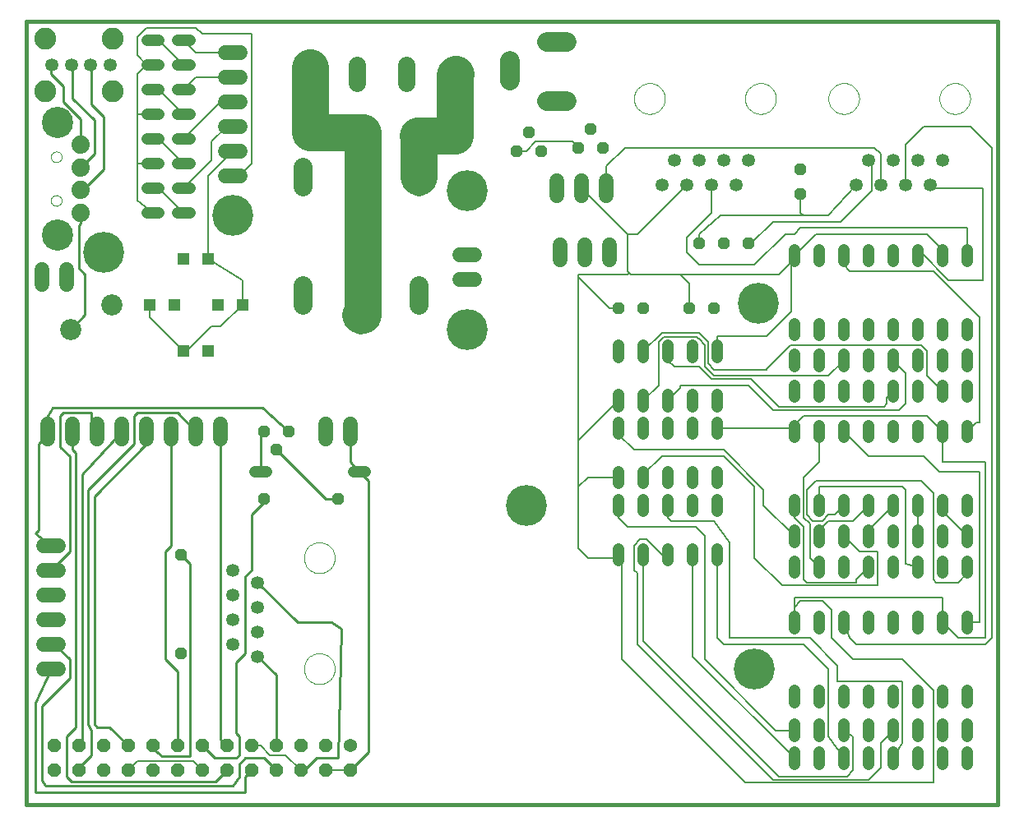
<source format=gtl>
G75*
%MOIN*%
%OFA0B0*%
%FSLAX24Y24*%
%IPPOS*%
%LPD*%
%AMOC8*
5,1,8,0,0,1.08239X$1,22.5*
%
%ADD10C,0.0160*%
%ADD11C,0.0531*%
%ADD12C,0.0000*%
%ADD13OC8,0.0480*%
%ADD14C,0.0480*%
%ADD15C,0.0600*%
%ADD16C,0.0780*%
%ADD17C,0.0705*%
%ADD18C,0.0787*%
%ADD19C,0.0540*%
%ADD20OC8,0.0540*%
%ADD21C,0.0740*%
%ADD22C,0.1266*%
%ADD23C,0.0886*%
%ADD24C,0.0860*%
%ADD25R,0.0472X0.0472*%
%ADD26C,0.0100*%
%ADD27C,0.0060*%
%ADD28C,0.1500*%
%ADD29C,0.1660*%
D10*
X005898Y000275D02*
X005898Y032021D01*
X045268Y032021D01*
X045268Y000275D01*
X005898Y000275D01*
D11*
X014273Y006775D03*
X015273Y007275D03*
X014273Y007775D03*
X015273Y008275D03*
X014273Y008775D03*
X015273Y009275D03*
X014273Y009775D03*
X015273Y006275D03*
X031648Y025400D03*
X032648Y025400D03*
X033648Y025400D03*
X034648Y025400D03*
X035148Y026400D03*
X034148Y026400D03*
X033148Y026400D03*
X032148Y026400D03*
X039523Y025400D03*
X040523Y025400D03*
X041523Y025400D03*
X042523Y025400D03*
X043023Y026400D03*
X042023Y026400D03*
X041023Y026400D03*
X040023Y026400D03*
X009297Y030275D03*
X008510Y030275D03*
X007723Y030275D03*
X006935Y030275D03*
D12*
X006892Y026536D02*
X006894Y026565D01*
X006900Y026593D01*
X006909Y026621D01*
X006922Y026647D01*
X006939Y026670D01*
X006958Y026692D01*
X006980Y026711D01*
X007005Y026726D01*
X007031Y026739D01*
X007059Y026747D01*
X007087Y026752D01*
X007116Y026753D01*
X007145Y026750D01*
X007173Y026743D01*
X007200Y026733D01*
X007226Y026719D01*
X007249Y026702D01*
X007270Y026682D01*
X007288Y026659D01*
X007303Y026634D01*
X007314Y026607D01*
X007322Y026579D01*
X007326Y026550D01*
X007326Y026522D01*
X007322Y026493D01*
X007314Y026465D01*
X007303Y026438D01*
X007288Y026413D01*
X007270Y026390D01*
X007249Y026370D01*
X007226Y026353D01*
X007200Y026339D01*
X007173Y026329D01*
X007145Y026322D01*
X007116Y026319D01*
X007087Y026320D01*
X007059Y026325D01*
X007031Y026333D01*
X007005Y026346D01*
X006980Y026361D01*
X006958Y026380D01*
X006939Y026402D01*
X006922Y026425D01*
X006909Y026451D01*
X006900Y026479D01*
X006894Y026507D01*
X006892Y026536D01*
X006892Y024764D02*
X006894Y024793D01*
X006900Y024821D01*
X006909Y024849D01*
X006922Y024875D01*
X006939Y024898D01*
X006958Y024920D01*
X006980Y024939D01*
X007005Y024954D01*
X007031Y024967D01*
X007059Y024975D01*
X007087Y024980D01*
X007116Y024981D01*
X007145Y024978D01*
X007173Y024971D01*
X007200Y024961D01*
X007226Y024947D01*
X007249Y024930D01*
X007270Y024910D01*
X007288Y024887D01*
X007303Y024862D01*
X007314Y024835D01*
X007322Y024807D01*
X007326Y024778D01*
X007326Y024750D01*
X007322Y024721D01*
X007314Y024693D01*
X007303Y024666D01*
X007288Y024641D01*
X007270Y024618D01*
X007249Y024598D01*
X007226Y024581D01*
X007200Y024567D01*
X007173Y024557D01*
X007145Y024550D01*
X007116Y024547D01*
X007087Y024548D01*
X007059Y024553D01*
X007031Y024561D01*
X007005Y024574D01*
X006980Y024589D01*
X006958Y024608D01*
X006939Y024630D01*
X006922Y024653D01*
X006909Y024679D01*
X006900Y024707D01*
X006894Y024735D01*
X006892Y024764D01*
X017149Y010275D02*
X017151Y010325D01*
X017157Y010374D01*
X017167Y010422D01*
X017180Y010470D01*
X017198Y010517D01*
X017219Y010562D01*
X017243Y010605D01*
X017271Y010646D01*
X017302Y010684D01*
X017336Y010721D01*
X017373Y010754D01*
X017412Y010784D01*
X017454Y010811D01*
X017497Y010835D01*
X017543Y010855D01*
X017590Y010871D01*
X017638Y010884D01*
X017686Y010893D01*
X017736Y010898D01*
X017785Y010899D01*
X017835Y010896D01*
X017884Y010889D01*
X017933Y010878D01*
X017980Y010864D01*
X018026Y010845D01*
X018071Y010823D01*
X018113Y010798D01*
X018154Y010769D01*
X018192Y010738D01*
X018227Y010703D01*
X018260Y010665D01*
X018289Y010626D01*
X018315Y010583D01*
X018338Y010539D01*
X018357Y010494D01*
X018373Y010446D01*
X018385Y010398D01*
X018393Y010349D01*
X018397Y010300D01*
X018397Y010250D01*
X018393Y010201D01*
X018385Y010152D01*
X018373Y010104D01*
X018357Y010056D01*
X018338Y010011D01*
X018315Y009967D01*
X018289Y009924D01*
X018260Y009885D01*
X018227Y009847D01*
X018192Y009812D01*
X018154Y009781D01*
X018113Y009752D01*
X018071Y009727D01*
X018026Y009705D01*
X017980Y009686D01*
X017933Y009672D01*
X017884Y009661D01*
X017835Y009654D01*
X017785Y009651D01*
X017736Y009652D01*
X017686Y009657D01*
X017638Y009666D01*
X017590Y009679D01*
X017543Y009695D01*
X017497Y009715D01*
X017454Y009739D01*
X017412Y009766D01*
X017373Y009796D01*
X017336Y009829D01*
X017302Y009866D01*
X017271Y009904D01*
X017243Y009945D01*
X017219Y009988D01*
X017198Y010033D01*
X017180Y010080D01*
X017167Y010128D01*
X017157Y010176D01*
X017151Y010225D01*
X017149Y010275D01*
X017149Y005775D02*
X017151Y005825D01*
X017157Y005874D01*
X017167Y005922D01*
X017180Y005970D01*
X017198Y006017D01*
X017219Y006062D01*
X017243Y006105D01*
X017271Y006146D01*
X017302Y006184D01*
X017336Y006221D01*
X017373Y006254D01*
X017412Y006284D01*
X017454Y006311D01*
X017497Y006335D01*
X017543Y006355D01*
X017590Y006371D01*
X017638Y006384D01*
X017686Y006393D01*
X017736Y006398D01*
X017785Y006399D01*
X017835Y006396D01*
X017884Y006389D01*
X017933Y006378D01*
X017980Y006364D01*
X018026Y006345D01*
X018071Y006323D01*
X018113Y006298D01*
X018154Y006269D01*
X018192Y006238D01*
X018227Y006203D01*
X018260Y006165D01*
X018289Y006126D01*
X018315Y006083D01*
X018338Y006039D01*
X018357Y005994D01*
X018373Y005946D01*
X018385Y005898D01*
X018393Y005849D01*
X018397Y005800D01*
X018397Y005750D01*
X018393Y005701D01*
X018385Y005652D01*
X018373Y005604D01*
X018357Y005556D01*
X018338Y005511D01*
X018315Y005467D01*
X018289Y005424D01*
X018260Y005385D01*
X018227Y005347D01*
X018192Y005312D01*
X018154Y005281D01*
X018113Y005252D01*
X018071Y005227D01*
X018026Y005205D01*
X017980Y005186D01*
X017933Y005172D01*
X017884Y005161D01*
X017835Y005154D01*
X017785Y005151D01*
X017736Y005152D01*
X017686Y005157D01*
X017638Y005166D01*
X017590Y005179D01*
X017543Y005195D01*
X017497Y005215D01*
X017454Y005239D01*
X017412Y005266D01*
X017373Y005296D01*
X017336Y005329D01*
X017302Y005366D01*
X017271Y005404D01*
X017243Y005445D01*
X017219Y005488D01*
X017198Y005533D01*
X017180Y005580D01*
X017167Y005628D01*
X017157Y005676D01*
X017151Y005725D01*
X017149Y005775D01*
X030524Y028900D02*
X030526Y028950D01*
X030532Y028999D01*
X030542Y029047D01*
X030555Y029095D01*
X030573Y029142D01*
X030594Y029187D01*
X030618Y029230D01*
X030646Y029271D01*
X030677Y029309D01*
X030711Y029346D01*
X030748Y029379D01*
X030787Y029409D01*
X030829Y029436D01*
X030872Y029460D01*
X030918Y029480D01*
X030965Y029496D01*
X031013Y029509D01*
X031061Y029518D01*
X031111Y029523D01*
X031160Y029524D01*
X031210Y029521D01*
X031259Y029514D01*
X031308Y029503D01*
X031355Y029489D01*
X031401Y029470D01*
X031446Y029448D01*
X031488Y029423D01*
X031529Y029394D01*
X031567Y029363D01*
X031602Y029328D01*
X031635Y029290D01*
X031664Y029251D01*
X031690Y029208D01*
X031713Y029164D01*
X031732Y029119D01*
X031748Y029071D01*
X031760Y029023D01*
X031768Y028974D01*
X031772Y028925D01*
X031772Y028875D01*
X031768Y028826D01*
X031760Y028777D01*
X031748Y028729D01*
X031732Y028681D01*
X031713Y028636D01*
X031690Y028592D01*
X031664Y028549D01*
X031635Y028510D01*
X031602Y028472D01*
X031567Y028437D01*
X031529Y028406D01*
X031488Y028377D01*
X031446Y028352D01*
X031401Y028330D01*
X031355Y028311D01*
X031308Y028297D01*
X031259Y028286D01*
X031210Y028279D01*
X031160Y028276D01*
X031111Y028277D01*
X031061Y028282D01*
X031013Y028291D01*
X030965Y028304D01*
X030918Y028320D01*
X030872Y028340D01*
X030829Y028364D01*
X030787Y028391D01*
X030748Y028421D01*
X030711Y028454D01*
X030677Y028491D01*
X030646Y028529D01*
X030618Y028570D01*
X030594Y028613D01*
X030573Y028658D01*
X030555Y028705D01*
X030542Y028753D01*
X030532Y028801D01*
X030526Y028850D01*
X030524Y028900D01*
X035024Y028900D02*
X035026Y028950D01*
X035032Y028999D01*
X035042Y029047D01*
X035055Y029095D01*
X035073Y029142D01*
X035094Y029187D01*
X035118Y029230D01*
X035146Y029271D01*
X035177Y029309D01*
X035211Y029346D01*
X035248Y029379D01*
X035287Y029409D01*
X035329Y029436D01*
X035372Y029460D01*
X035418Y029480D01*
X035465Y029496D01*
X035513Y029509D01*
X035561Y029518D01*
X035611Y029523D01*
X035660Y029524D01*
X035710Y029521D01*
X035759Y029514D01*
X035808Y029503D01*
X035855Y029489D01*
X035901Y029470D01*
X035946Y029448D01*
X035988Y029423D01*
X036029Y029394D01*
X036067Y029363D01*
X036102Y029328D01*
X036135Y029290D01*
X036164Y029251D01*
X036190Y029208D01*
X036213Y029164D01*
X036232Y029119D01*
X036248Y029071D01*
X036260Y029023D01*
X036268Y028974D01*
X036272Y028925D01*
X036272Y028875D01*
X036268Y028826D01*
X036260Y028777D01*
X036248Y028729D01*
X036232Y028681D01*
X036213Y028636D01*
X036190Y028592D01*
X036164Y028549D01*
X036135Y028510D01*
X036102Y028472D01*
X036067Y028437D01*
X036029Y028406D01*
X035988Y028377D01*
X035946Y028352D01*
X035901Y028330D01*
X035855Y028311D01*
X035808Y028297D01*
X035759Y028286D01*
X035710Y028279D01*
X035660Y028276D01*
X035611Y028277D01*
X035561Y028282D01*
X035513Y028291D01*
X035465Y028304D01*
X035418Y028320D01*
X035372Y028340D01*
X035329Y028364D01*
X035287Y028391D01*
X035248Y028421D01*
X035211Y028454D01*
X035177Y028491D01*
X035146Y028529D01*
X035118Y028570D01*
X035094Y028613D01*
X035073Y028658D01*
X035055Y028705D01*
X035042Y028753D01*
X035032Y028801D01*
X035026Y028850D01*
X035024Y028900D01*
X038399Y028900D02*
X038401Y028950D01*
X038407Y028999D01*
X038417Y029047D01*
X038430Y029095D01*
X038448Y029142D01*
X038469Y029187D01*
X038493Y029230D01*
X038521Y029271D01*
X038552Y029309D01*
X038586Y029346D01*
X038623Y029379D01*
X038662Y029409D01*
X038704Y029436D01*
X038747Y029460D01*
X038793Y029480D01*
X038840Y029496D01*
X038888Y029509D01*
X038936Y029518D01*
X038986Y029523D01*
X039035Y029524D01*
X039085Y029521D01*
X039134Y029514D01*
X039183Y029503D01*
X039230Y029489D01*
X039276Y029470D01*
X039321Y029448D01*
X039363Y029423D01*
X039404Y029394D01*
X039442Y029363D01*
X039477Y029328D01*
X039510Y029290D01*
X039539Y029251D01*
X039565Y029208D01*
X039588Y029164D01*
X039607Y029119D01*
X039623Y029071D01*
X039635Y029023D01*
X039643Y028974D01*
X039647Y028925D01*
X039647Y028875D01*
X039643Y028826D01*
X039635Y028777D01*
X039623Y028729D01*
X039607Y028681D01*
X039588Y028636D01*
X039565Y028592D01*
X039539Y028549D01*
X039510Y028510D01*
X039477Y028472D01*
X039442Y028437D01*
X039404Y028406D01*
X039363Y028377D01*
X039321Y028352D01*
X039276Y028330D01*
X039230Y028311D01*
X039183Y028297D01*
X039134Y028286D01*
X039085Y028279D01*
X039035Y028276D01*
X038986Y028277D01*
X038936Y028282D01*
X038888Y028291D01*
X038840Y028304D01*
X038793Y028320D01*
X038747Y028340D01*
X038704Y028364D01*
X038662Y028391D01*
X038623Y028421D01*
X038586Y028454D01*
X038552Y028491D01*
X038521Y028529D01*
X038493Y028570D01*
X038469Y028613D01*
X038448Y028658D01*
X038430Y028705D01*
X038417Y028753D01*
X038407Y028801D01*
X038401Y028850D01*
X038399Y028900D01*
X042899Y028900D02*
X042901Y028950D01*
X042907Y028999D01*
X042917Y029047D01*
X042930Y029095D01*
X042948Y029142D01*
X042969Y029187D01*
X042993Y029230D01*
X043021Y029271D01*
X043052Y029309D01*
X043086Y029346D01*
X043123Y029379D01*
X043162Y029409D01*
X043204Y029436D01*
X043247Y029460D01*
X043293Y029480D01*
X043340Y029496D01*
X043388Y029509D01*
X043436Y029518D01*
X043486Y029523D01*
X043535Y029524D01*
X043585Y029521D01*
X043634Y029514D01*
X043683Y029503D01*
X043730Y029489D01*
X043776Y029470D01*
X043821Y029448D01*
X043863Y029423D01*
X043904Y029394D01*
X043942Y029363D01*
X043977Y029328D01*
X044010Y029290D01*
X044039Y029251D01*
X044065Y029208D01*
X044088Y029164D01*
X044107Y029119D01*
X044123Y029071D01*
X044135Y029023D01*
X044143Y028974D01*
X044147Y028925D01*
X044147Y028875D01*
X044143Y028826D01*
X044135Y028777D01*
X044123Y028729D01*
X044107Y028681D01*
X044088Y028636D01*
X044065Y028592D01*
X044039Y028549D01*
X044010Y028510D01*
X043977Y028472D01*
X043942Y028437D01*
X043904Y028406D01*
X043863Y028377D01*
X043821Y028352D01*
X043776Y028330D01*
X043730Y028311D01*
X043683Y028297D01*
X043634Y028286D01*
X043585Y028279D01*
X043535Y028276D01*
X043486Y028277D01*
X043436Y028282D01*
X043388Y028291D01*
X043340Y028304D01*
X043293Y028320D01*
X043247Y028340D01*
X043204Y028364D01*
X043162Y028391D01*
X043123Y028421D01*
X043086Y028454D01*
X043052Y028491D01*
X043021Y028529D01*
X042993Y028570D01*
X042969Y028613D01*
X042948Y028658D01*
X042930Y028705D01*
X042917Y028753D01*
X042907Y028801D01*
X042901Y028850D01*
X042899Y028900D01*
D13*
X037273Y026025D03*
X037273Y025025D03*
X035148Y023025D03*
X034148Y023025D03*
X033148Y023025D03*
X032773Y020400D03*
X033773Y020400D03*
X030898Y020400D03*
X029898Y020400D03*
X029273Y026900D03*
X028773Y027650D03*
X028273Y026900D03*
X026773Y026775D03*
X026273Y027525D03*
X025773Y026775D03*
X016523Y015400D03*
X016023Y014650D03*
X015523Y015400D03*
X015523Y012650D03*
X018523Y012650D03*
X012148Y010400D03*
X012148Y006400D03*
D14*
X015158Y013775D02*
X015638Y013775D01*
X019158Y013775D02*
X019638Y013775D01*
X029898Y013765D02*
X029898Y013285D01*
X029898Y012640D02*
X029898Y012160D01*
X030898Y012160D02*
X030898Y012640D01*
X030898Y013285D02*
X030898Y013765D01*
X031898Y013765D02*
X031898Y013285D01*
X031898Y012640D02*
X031898Y012160D01*
X032898Y012160D02*
X032898Y012640D01*
X032898Y013285D02*
X032898Y013765D01*
X033898Y013765D02*
X033898Y013285D01*
X033898Y012640D02*
X033898Y012160D01*
X033898Y010640D02*
X033898Y010160D01*
X032898Y010160D02*
X032898Y010640D01*
X031898Y010640D02*
X031898Y010160D01*
X030898Y010160D02*
X030898Y010640D01*
X029898Y010640D02*
X029898Y010160D01*
X029898Y015285D02*
X029898Y015765D01*
X029898Y016410D02*
X029898Y016890D01*
X030898Y016890D02*
X030898Y016410D01*
X030898Y015765D02*
X030898Y015285D01*
X031898Y015285D02*
X031898Y015765D01*
X031898Y016410D02*
X031898Y016890D01*
X032898Y016890D02*
X032898Y016410D01*
X032898Y015765D02*
X032898Y015285D01*
X033898Y015285D02*
X033898Y015765D01*
X033898Y016410D02*
X033898Y016890D01*
X033898Y018410D02*
X033898Y018890D01*
X032898Y018890D02*
X032898Y018410D01*
X031898Y018410D02*
X031898Y018890D01*
X030898Y018890D02*
X030898Y018410D01*
X029898Y018410D02*
X029898Y018890D01*
X037023Y018515D02*
X037023Y018035D01*
X037023Y017265D02*
X037023Y016785D01*
X038023Y016785D02*
X038023Y017265D01*
X038023Y018035D02*
X038023Y018515D01*
X039023Y018515D02*
X039023Y018035D01*
X039023Y017265D02*
X039023Y016785D01*
X040023Y016785D02*
X040023Y017265D01*
X040023Y018035D02*
X040023Y018515D01*
X041023Y018515D02*
X041023Y018035D01*
X041023Y017265D02*
X041023Y016785D01*
X042023Y016785D02*
X042023Y017265D01*
X042023Y018035D02*
X042023Y018515D01*
X043023Y018515D02*
X043023Y018035D01*
X043023Y017265D02*
X043023Y016785D01*
X044023Y016785D02*
X044023Y017265D01*
X044023Y018035D02*
X044023Y018515D01*
X044023Y019285D02*
X044023Y019765D01*
X043023Y019765D02*
X043023Y019285D01*
X042023Y019285D02*
X042023Y019765D01*
X041023Y019765D02*
X041023Y019285D01*
X040023Y019285D02*
X040023Y019765D01*
X039023Y019765D02*
X039023Y019285D01*
X038023Y019285D02*
X038023Y019765D01*
X037023Y019765D02*
X037023Y019285D01*
X037023Y022285D02*
X037023Y022765D01*
X038023Y022765D02*
X038023Y022285D01*
X039023Y022285D02*
X039023Y022765D01*
X040023Y022765D02*
X040023Y022285D01*
X041023Y022285D02*
X041023Y022765D01*
X042023Y022765D02*
X042023Y022285D01*
X043023Y022285D02*
X043023Y022765D01*
X044023Y022765D02*
X044023Y022285D01*
X044023Y015640D02*
X044023Y015160D01*
X043023Y015160D02*
X043023Y015640D01*
X042023Y015640D02*
X042023Y015160D01*
X041023Y015160D02*
X041023Y015640D01*
X040023Y015640D02*
X040023Y015160D01*
X039023Y015160D02*
X039023Y015640D01*
X038023Y015640D02*
X038023Y015160D01*
X037023Y015160D02*
X037023Y015640D01*
X037023Y012640D02*
X037023Y012160D01*
X037023Y011390D02*
X037023Y010910D01*
X037023Y010140D02*
X037023Y009660D01*
X038023Y009660D02*
X038023Y010140D01*
X038023Y010910D02*
X038023Y011390D01*
X038023Y012160D02*
X038023Y012640D01*
X039023Y012640D02*
X039023Y012160D01*
X039023Y011390D02*
X039023Y010910D01*
X039023Y010140D02*
X039023Y009660D01*
X040023Y009660D02*
X040023Y010140D01*
X040023Y010910D02*
X040023Y011390D01*
X040023Y012160D02*
X040023Y012640D01*
X041023Y012640D02*
X041023Y012160D01*
X041023Y011390D02*
X041023Y010910D01*
X041023Y010140D02*
X041023Y009660D01*
X042023Y009660D02*
X042023Y010140D01*
X042023Y010910D02*
X042023Y011390D01*
X042023Y012160D02*
X042023Y012640D01*
X043023Y012640D02*
X043023Y012160D01*
X043023Y011390D02*
X043023Y010910D01*
X043023Y010140D02*
X043023Y009660D01*
X044023Y009660D02*
X044023Y010140D01*
X044023Y010910D02*
X044023Y011390D01*
X044023Y012160D02*
X044023Y012640D01*
X044023Y007890D02*
X044023Y007410D01*
X043023Y007410D02*
X043023Y007890D01*
X042023Y007890D02*
X042023Y007410D01*
X041023Y007410D02*
X041023Y007890D01*
X040023Y007890D02*
X040023Y007410D01*
X039023Y007410D02*
X039023Y007890D01*
X038023Y007890D02*
X038023Y007410D01*
X037023Y007410D02*
X037023Y007890D01*
X037023Y004890D02*
X037023Y004410D01*
X037023Y003515D02*
X037023Y003035D01*
X037023Y002390D02*
X037023Y001910D01*
X038023Y001910D02*
X038023Y002390D01*
X038023Y003035D02*
X038023Y003515D01*
X038023Y004410D02*
X038023Y004890D01*
X039023Y004890D02*
X039023Y004410D01*
X039023Y003515D02*
X039023Y003035D01*
X039023Y002390D02*
X039023Y001910D01*
X040023Y001910D02*
X040023Y002390D01*
X040023Y003035D02*
X040023Y003515D01*
X040023Y004410D02*
X040023Y004890D01*
X041023Y004890D02*
X041023Y004410D01*
X041023Y003515D02*
X041023Y003035D01*
X041023Y002390D02*
X041023Y001910D01*
X042023Y001910D02*
X042023Y002390D01*
X042023Y003035D02*
X042023Y003515D01*
X042023Y004410D02*
X042023Y004890D01*
X043023Y004890D02*
X043023Y004410D01*
X043023Y003515D02*
X043023Y003035D01*
X043023Y002390D02*
X043023Y001910D01*
X044023Y001910D02*
X044023Y002390D01*
X044023Y003035D02*
X044023Y003515D01*
X044023Y004410D02*
X044023Y004890D01*
X012513Y024275D02*
X012033Y024275D01*
X011263Y024275D02*
X010783Y024275D01*
X010783Y025275D02*
X011263Y025275D01*
X012033Y025275D02*
X012513Y025275D01*
X012513Y026275D02*
X012033Y026275D01*
X011263Y026275D02*
X010783Y026275D01*
X010783Y027275D02*
X011263Y027275D01*
X012033Y027275D02*
X012513Y027275D01*
X012513Y028275D02*
X012033Y028275D01*
X011263Y028275D02*
X010783Y028275D01*
X010783Y029275D02*
X011263Y029275D01*
X012033Y029275D02*
X012513Y029275D01*
X012513Y030275D02*
X012033Y030275D01*
X011263Y030275D02*
X010783Y030275D01*
X010783Y031275D02*
X011263Y031275D01*
X012033Y031275D02*
X012513Y031275D01*
D15*
X013973Y030775D02*
X014573Y030775D01*
X014573Y029775D02*
X013973Y029775D01*
X013973Y028775D02*
X014573Y028775D01*
X014573Y027775D02*
X013973Y027775D01*
X013973Y026775D02*
X014573Y026775D01*
X014573Y025775D02*
X013973Y025775D01*
X007523Y021950D02*
X007523Y021350D01*
X006523Y021350D02*
X006523Y021950D01*
X006773Y015700D02*
X006773Y015100D01*
X007773Y015100D02*
X007773Y015700D01*
X008773Y015700D02*
X008773Y015100D01*
X009773Y015100D02*
X009773Y015700D01*
X010773Y015700D02*
X010773Y015100D01*
X011773Y015100D02*
X011773Y015700D01*
X012773Y015700D02*
X012773Y015100D01*
X013773Y015100D02*
X013773Y015700D01*
X018023Y015700D02*
X018023Y015100D01*
X019023Y015100D02*
X019023Y015700D01*
X023471Y021570D02*
X024071Y021570D01*
X024071Y022570D02*
X023471Y022570D01*
X027523Y022350D02*
X027523Y022950D01*
X028523Y022950D02*
X028523Y022350D01*
X029523Y022350D02*
X029523Y022950D01*
X029398Y024975D02*
X029398Y025575D01*
X028398Y025575D02*
X028398Y024975D01*
X027398Y024975D02*
X027398Y025575D01*
X007198Y010775D02*
X006598Y010775D01*
X006598Y009775D02*
X007198Y009775D01*
X007198Y008775D02*
X006598Y008775D01*
X006598Y007775D02*
X007198Y007775D01*
X007198Y006775D02*
X006598Y006775D01*
X006598Y005775D02*
X007198Y005775D01*
D16*
X019444Y019741D02*
X019444Y020521D01*
X017094Y020541D02*
X017094Y021321D01*
X021794Y021321D02*
X021794Y020541D01*
X021794Y025341D02*
X021794Y026121D01*
X017094Y026121D02*
X017094Y025341D01*
D17*
X017302Y029544D02*
X017302Y030249D01*
X019302Y030249D02*
X019302Y029544D01*
X021302Y029544D02*
X021302Y030249D01*
X023302Y030249D02*
X023302Y029544D01*
D18*
X025508Y029631D02*
X025508Y030419D01*
X027004Y031206D02*
X027792Y031206D01*
X027792Y028805D02*
X027004Y028805D01*
D19*
X019023Y002650D03*
D20*
X018023Y002650D03*
X017023Y002650D03*
X016023Y002650D03*
X015023Y002650D03*
X015023Y001650D03*
X016023Y001650D03*
X017023Y001650D03*
X018023Y001650D03*
X019023Y001650D03*
X014023Y001650D03*
X013023Y001650D03*
X012023Y001650D03*
X011023Y001650D03*
X010023Y001650D03*
X010023Y002650D03*
X011023Y002650D03*
X012023Y002650D03*
X013023Y002650D03*
X014023Y002650D03*
X009023Y002650D03*
X008023Y002650D03*
X007023Y002650D03*
X007023Y001650D03*
X008023Y001650D03*
X009023Y001650D03*
D21*
X008093Y024272D03*
X008093Y025206D03*
X008093Y026094D03*
X008093Y027028D03*
D22*
X007148Y027933D03*
X007148Y023367D03*
D23*
X006648Y029204D03*
X006648Y031346D03*
X009404Y031346D03*
X009404Y029204D03*
D24*
X009365Y020525D03*
X007681Y019525D03*
D25*
X010898Y020525D03*
X011898Y020525D03*
X013648Y020525D03*
X014648Y020525D03*
X013273Y018650D03*
X012273Y018650D03*
X012273Y022400D03*
X013273Y022400D03*
D26*
X009023Y026025D02*
X009023Y028150D01*
X008523Y028650D01*
X008523Y030262D01*
X008510Y030275D01*
X007773Y030225D02*
X007723Y030275D01*
X007773Y030225D02*
X007773Y028900D01*
X008648Y028025D01*
X008648Y026650D01*
X008093Y026095D01*
X008093Y026094D01*
X008204Y025206D02*
X009023Y026025D01*
X008204Y025206D02*
X008093Y025206D01*
X008093Y024272D02*
X008093Y023845D01*
X008023Y023775D01*
X008023Y022025D01*
X008273Y021775D01*
X008273Y020117D01*
X007681Y019525D01*
X006974Y016351D02*
X006773Y016025D01*
X006773Y015400D01*
X006773Y015275D01*
X006398Y014900D01*
X006398Y011400D01*
X006273Y011275D01*
X006898Y010775D01*
X007648Y010525D02*
X007648Y014400D01*
X007273Y014775D01*
X007273Y016025D01*
X007398Y016150D01*
X008523Y016150D01*
X008523Y015650D01*
X008773Y015400D01*
X009773Y015400D02*
X008148Y013650D01*
X008148Y002650D01*
X008023Y002650D01*
X008523Y002275D02*
X008523Y003275D01*
X008398Y003525D01*
X008398Y013025D01*
X010273Y014900D01*
X010273Y016025D01*
X010398Y016150D01*
X012023Y016150D01*
X012773Y015400D01*
X013773Y015400D02*
X013773Y002900D01*
X014023Y002650D01*
X014523Y002275D02*
X014398Y002150D01*
X013523Y002150D01*
X013023Y002650D01*
X012523Y002226D02*
X012523Y010025D01*
X012148Y010400D01*
X011773Y010775D02*
X011523Y010525D01*
X011523Y006150D01*
X012023Y005650D01*
X012023Y002650D01*
X012523Y002226D02*
X011398Y002226D01*
X011023Y002525D01*
X011023Y002650D01*
X010023Y002650D02*
X009273Y003400D01*
X008773Y003400D01*
X008648Y003525D01*
X008648Y012775D01*
X010773Y014900D01*
X010773Y015400D01*
X011773Y015400D02*
X011773Y010775D01*
X014773Y009525D02*
X014773Y006400D01*
X014398Y006025D01*
X014398Y003150D01*
X014523Y003025D01*
X014523Y002275D01*
X014773Y002150D02*
X014523Y001900D01*
X014523Y001400D01*
X014273Y001025D01*
X006648Y001025D01*
X006523Y001275D01*
X006523Y004275D01*
X007648Y005400D01*
X007648Y006150D01*
X007023Y006775D01*
X006898Y006775D01*
X006898Y005775D02*
X006273Y004400D01*
X006273Y000775D01*
X014773Y000775D01*
X014773Y001400D01*
X015023Y001650D01*
X014773Y002150D02*
X015523Y002150D01*
X016023Y001650D01*
X017023Y001650D02*
X017148Y001650D01*
X017648Y002150D01*
X018523Y002150D01*
X018648Y007400D01*
X018273Y007650D01*
X016898Y007650D01*
X015273Y009275D01*
X015023Y009775D02*
X014773Y009525D01*
X015023Y009775D02*
X015023Y012025D01*
X015523Y012525D01*
X015523Y012650D01*
X015398Y013775D02*
X015398Y015400D01*
X015523Y015400D01*
X016023Y014650D02*
X018023Y012650D01*
X018523Y012650D01*
X019398Y013775D02*
X019773Y013400D01*
X019773Y002400D01*
X019023Y001650D01*
X016023Y002650D02*
X016023Y005525D01*
X015273Y006275D01*
X014023Y001650D02*
X013566Y001193D01*
X007745Y001193D01*
X007664Y001275D01*
X007648Y001275D01*
X007523Y001400D01*
X007523Y003025D01*
X007898Y003400D01*
X007898Y014525D01*
X007773Y014650D01*
X007773Y015400D01*
X006974Y016351D02*
X015474Y016351D01*
X016523Y015400D01*
X019023Y015400D02*
X019023Y014150D01*
X019398Y013775D01*
X007648Y010525D02*
X006898Y009775D01*
X008523Y002275D02*
X008023Y001775D01*
X008023Y001650D01*
X007840Y024150D02*
X008093Y024272D01*
X008093Y027028D02*
X008093Y028080D01*
X007398Y028775D01*
X007398Y029400D01*
X006898Y029900D01*
X006898Y030238D01*
X006935Y030275D01*
D27*
X010398Y029900D02*
X010398Y028275D01*
X011023Y028275D01*
X010398Y028275D02*
X010398Y026275D01*
X011023Y026275D01*
X010398Y026275D02*
X010398Y024775D01*
X011023Y024275D01*
X011023Y025275D02*
X011273Y025275D01*
X012273Y024275D01*
X012273Y025275D02*
X013398Y026400D01*
X013398Y027150D01*
X014023Y027775D01*
X014273Y027775D01*
X014273Y026775D02*
X013273Y025775D01*
X013273Y022400D01*
X014648Y021525D01*
X014648Y020525D01*
X013773Y019650D01*
X013398Y019650D01*
X012398Y018650D01*
X012273Y018650D01*
X010898Y020025D01*
X010898Y020525D01*
X014648Y020525D02*
X014648Y020900D01*
X014523Y025775D02*
X015023Y026275D01*
X015023Y031525D01*
X013023Y031525D01*
X012773Y031775D01*
X010773Y031775D01*
X010398Y031400D01*
X010398Y030650D01*
X010773Y030275D01*
X010398Y029900D01*
X010773Y030275D02*
X011023Y030275D01*
X011023Y029275D02*
X011273Y029275D01*
X012273Y028275D01*
X012273Y027275D02*
X013773Y028775D01*
X014273Y028775D01*
X014273Y029775D02*
X012773Y029775D01*
X012273Y029275D01*
X012273Y030275D02*
X011273Y031275D01*
X011023Y031275D01*
X012273Y031275D02*
X012773Y030775D01*
X014273Y030775D01*
X017302Y030054D02*
X017398Y030150D01*
X017302Y030054D02*
X017302Y029896D01*
X012273Y026275D02*
X011273Y027275D01*
X011023Y027275D01*
X014273Y025775D02*
X014523Y025775D01*
X025773Y026775D02*
X026148Y026775D01*
X026523Y027150D01*
X028023Y027150D01*
X028273Y026900D01*
X029398Y026150D02*
X030148Y026900D01*
X040273Y026900D01*
X040523Y026650D01*
X040523Y025400D01*
X040148Y025150D02*
X040148Y026275D01*
X040023Y026400D01*
X039523Y025400D02*
X038398Y024150D01*
X037398Y024150D01*
X037273Y024275D01*
X037273Y025025D01*
X037398Y024150D02*
X034023Y024150D01*
X033148Y023400D01*
X033148Y023025D01*
X032648Y023275D02*
X032648Y022650D01*
X033148Y022150D01*
X035398Y022150D01*
X036648Y023400D01*
X037023Y023400D01*
X037273Y023650D01*
X044023Y023650D01*
X044023Y022525D01*
X043023Y022525D02*
X043023Y022775D01*
X042398Y023400D01*
X037898Y023400D01*
X037023Y022525D01*
X036898Y022400D01*
X036898Y020275D01*
X035898Y019275D01*
X033898Y019275D01*
X033898Y018650D01*
X033523Y019025D02*
X033523Y018150D01*
X033773Y017900D01*
X035898Y017900D01*
X035898Y017927D01*
X036853Y018881D01*
X042167Y018881D01*
X042398Y018650D01*
X042398Y017650D01*
X043023Y017025D01*
X042398Y016025D02*
X037398Y016025D01*
X037023Y015650D01*
X037023Y015400D01*
X036898Y015525D01*
X033898Y015525D01*
X034148Y014650D02*
X030523Y014650D01*
X029898Y015275D01*
X029898Y015525D01*
X029898Y016650D02*
X028273Y015025D01*
X028273Y021650D01*
X029523Y020400D01*
X029898Y020400D01*
X030273Y021775D02*
X028273Y021775D01*
X028273Y021650D01*
X030273Y021775D02*
X030335Y021838D01*
X030398Y021775D01*
X032398Y021775D01*
X032773Y021400D01*
X032773Y020400D01*
X033148Y019400D02*
X031648Y019400D01*
X030898Y018650D01*
X031523Y019025D02*
X031724Y019226D01*
X033063Y019226D01*
X033139Y019150D01*
X033148Y019150D01*
X033398Y018900D01*
X033398Y018025D01*
X033773Y017650D01*
X038398Y017650D01*
X039023Y018275D01*
X041023Y018275D02*
X041523Y017775D01*
X041523Y016525D01*
X041273Y016275D01*
X036148Y016275D01*
X035148Y017275D01*
X032398Y017275D01*
X032398Y017150D01*
X031898Y016650D01*
X031523Y017275D02*
X030898Y016650D01*
X031523Y017275D02*
X031523Y019025D01*
X031898Y018650D02*
X031898Y018275D01*
X032148Y018025D01*
X033148Y018025D01*
X033648Y017525D01*
X035273Y017525D01*
X036398Y016400D01*
X040648Y016400D01*
X040773Y016525D01*
X040773Y016775D01*
X041023Y017025D01*
X042398Y016025D02*
X043023Y015400D01*
X043023Y014150D01*
X044773Y014150D01*
X044773Y007025D01*
X043648Y007025D01*
X043023Y007650D01*
X043148Y007650D01*
X043023Y007650D02*
X043023Y008650D01*
X037023Y008650D01*
X037023Y008275D01*
X037273Y008525D01*
X038148Y008525D01*
X038523Y008150D01*
X038523Y007025D01*
X039398Y006150D01*
X041398Y006150D01*
X042648Y004900D01*
X042648Y001150D01*
X035023Y001150D01*
X030023Y006150D01*
X030023Y010400D01*
X029898Y010400D01*
X029773Y010275D01*
X028648Y010275D01*
X028273Y010650D01*
X028273Y013150D01*
X028273Y015025D01*
X028648Y013525D02*
X029898Y013525D01*
X030898Y013525D02*
X030898Y013650D01*
X031648Y014400D01*
X034148Y014400D01*
X035398Y013150D01*
X035398Y010275D01*
X036523Y009150D01*
X040398Y009150D01*
X040398Y010525D01*
X039648Y010525D01*
X039023Y011150D01*
X039398Y011775D02*
X038398Y011775D01*
X038023Y011400D01*
X038023Y011150D01*
X037648Y011650D02*
X037398Y011900D01*
X037398Y013525D01*
X038023Y014150D01*
X038023Y015400D01*
X039023Y015400D02*
X040023Y014400D01*
X042273Y014400D01*
X042898Y013775D01*
X044523Y013775D01*
X044523Y007650D01*
X044023Y007650D01*
X044773Y006775D02*
X045023Y007025D01*
X045023Y026900D01*
X044148Y027775D01*
X042273Y027775D01*
X041523Y027025D01*
X041523Y025400D01*
X042398Y025275D02*
X042523Y025400D01*
X042523Y025275D01*
X044648Y025275D01*
X044648Y021525D01*
X043273Y021525D01*
X042148Y022650D01*
X042148Y022525D01*
X042085Y022463D01*
X042023Y022525D01*
X042085Y022463D02*
X042023Y022400D01*
X042648Y021900D02*
X039273Y021900D01*
X039023Y022150D01*
X039023Y022525D01*
X038898Y023900D02*
X040148Y025150D01*
X038898Y023900D02*
X036148Y023900D01*
X035273Y023025D01*
X035148Y023025D01*
X033648Y024275D02*
X032648Y023275D01*
X033648Y024275D02*
X033648Y025400D01*
X032648Y025400D02*
X030648Y023400D01*
X030273Y023400D01*
X030273Y021900D01*
X030335Y021838D01*
X030273Y023400D02*
X028398Y025275D01*
X029398Y025275D02*
X029398Y026150D01*
X032398Y021775D02*
X036398Y021775D01*
X037023Y022400D01*
X037023Y022525D01*
X033523Y019025D02*
X033148Y019400D01*
X034148Y014650D02*
X035773Y013025D01*
X035773Y012400D01*
X037023Y011150D01*
X037398Y011525D02*
X037023Y011900D01*
X037023Y012400D01*
X037523Y012025D02*
X037523Y013025D01*
X037898Y013400D01*
X042148Y013400D01*
X042648Y012900D01*
X042648Y009400D01*
X042773Y009275D01*
X043648Y009275D01*
X044023Y009650D01*
X044023Y009900D01*
X044023Y011150D02*
X043023Y012150D01*
X043023Y012400D01*
X042023Y012400D02*
X042023Y011150D01*
X041523Y010025D02*
X042023Y009900D01*
X041523Y010025D02*
X041523Y013025D01*
X041398Y013150D01*
X038023Y013150D01*
X038023Y012400D01*
X038398Y012025D02*
X038148Y011775D01*
X037773Y011775D01*
X037523Y012025D01*
X037648Y011650D02*
X037648Y010275D01*
X038023Y009900D01*
X037523Y009275D02*
X037398Y009400D01*
X037398Y011525D01*
X038398Y012025D02*
X038648Y012025D01*
X039023Y012400D01*
X039398Y011775D02*
X040023Y012400D01*
X041023Y012400D02*
X040023Y011400D01*
X040023Y011150D01*
X040023Y009900D02*
X039523Y009400D01*
X039523Y009275D01*
X037523Y009275D01*
X037023Y008275D02*
X037023Y007650D01*
X037023Y007525D01*
X037648Y007025D02*
X034398Y007025D01*
X034398Y010900D01*
X033773Y011775D01*
X032023Y011775D01*
X031898Y011900D01*
X031898Y012400D01*
X033023Y011525D02*
X030273Y011525D01*
X029898Y011900D01*
X029898Y012400D01*
X028648Y013525D02*
X028273Y013150D01*
X030523Y010775D02*
X030773Y011025D01*
X031023Y011025D01*
X031648Y010400D01*
X031898Y010400D01*
X032898Y010400D02*
X032898Y006275D01*
X037023Y002150D01*
X036398Y001400D02*
X030898Y006900D01*
X030898Y010400D01*
X030523Y010775D02*
X030523Y009775D01*
X030648Y009650D01*
X030648Y006775D01*
X036148Y001275D01*
X040023Y001275D01*
X040523Y001775D01*
X040523Y002775D01*
X041023Y003275D01*
X041398Y002775D02*
X041398Y005275D01*
X038773Y005275D01*
X038773Y005900D01*
X037648Y007025D01*
X037398Y006775D02*
X034148Y006775D01*
X033898Y007025D01*
X033898Y010400D01*
X033398Y011150D02*
X033023Y011525D01*
X033398Y011150D02*
X033398Y007400D01*
X033398Y007025D01*
X033398Y006150D01*
X036273Y003275D01*
X037023Y003275D01*
X038398Y003025D02*
X038398Y005775D01*
X037398Y006775D01*
X039023Y007650D02*
X039273Y007025D01*
X039523Y006775D01*
X044773Y006775D01*
X041398Y002775D02*
X041023Y002150D01*
X039398Y001650D02*
X039148Y001400D01*
X036398Y001400D01*
X038398Y003025D02*
X039023Y002150D01*
X039398Y001650D02*
X039398Y003025D01*
X039023Y003275D01*
X039023Y007650D02*
X039148Y007650D01*
X044023Y015400D02*
X044398Y015775D01*
X044523Y015775D01*
X044523Y020025D01*
X042648Y021900D01*
X017023Y001650D02*
X016398Y002275D01*
X015773Y002275D01*
X015398Y002650D01*
X015023Y002650D01*
X013023Y001650D02*
X012648Y002025D01*
X010398Y002025D01*
X010023Y001650D01*
X018023Y001650D02*
X019023Y001650D01*
D28*
X019444Y020131D02*
X019523Y020131D01*
X019523Y027525D01*
X017398Y027525D01*
X017398Y030150D01*
X021773Y027400D02*
X023273Y027400D01*
X023273Y029867D01*
X023302Y029896D01*
X021773Y027400D02*
X021794Y027379D01*
X021794Y025731D01*
D29*
X023773Y025150D03*
X023773Y019525D03*
X026148Y012400D03*
X035398Y005775D03*
X035547Y020605D03*
X014273Y024150D03*
X009023Y022650D03*
M02*

</source>
